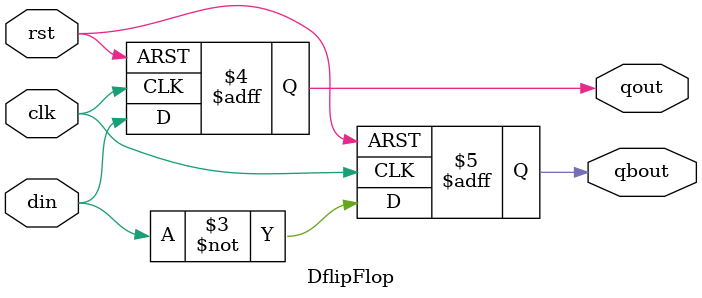
<source format=v>
`timescale 1ns / 1ps
module DflipFlop(
	input rst ,
	input clk ,
	input din ,
	output qout ,
	output qbout
    );

	reg qout, qbout;
	always @(posedge rst or negedge clk)
	//this flip flop is negative edge working(falling edge)
			begin
				if (rst == 1'b1)
					begin
						qout <= 1'b0;
						qbout <= 1'b1;
					end
				else
					begin
						qout <= din;
						qbout <= ~din;
					end
			end

endmodule

</source>
